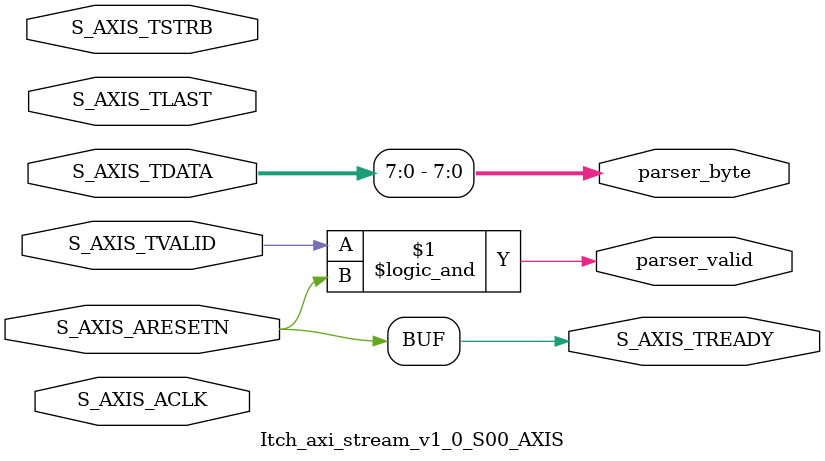
<source format=sv>

module Itch_axi_stream_v1_0_S00_AXIS #
(
    parameter integer C_S_AXIS_TDATA_WIDTH = 32
)
(
    input wire  S_AXIS_ACLK,
    input wire  S_AXIS_ARESETN,
    output wire S_AXIS_TREADY,
    input wire [C_S_AXIS_TDATA_WIDTH-1 : 0] S_AXIS_TDATA,
    input wire [(C_S_AXIS_TDATA_WIDTH/8)-1 : 0] S_AXIS_TSTRB,
    input wire  S_AXIS_TLAST,
    input wire  S_AXIS_TVALID,
    
    // Output to parser
    output wire [7:0]  parser_byte,
    output wire        parser_valid
);

    // Simple pass-through - always ready when not in reset
    assign S_AXIS_TREADY = S_AXIS_ARESETN;
    
    // Pass data directly to parser
    assign parser_byte = S_AXIS_TDATA[7:0];
    assign parser_valid = S_AXIS_TVALID && S_AXIS_TREADY;

endmodule

</source>
